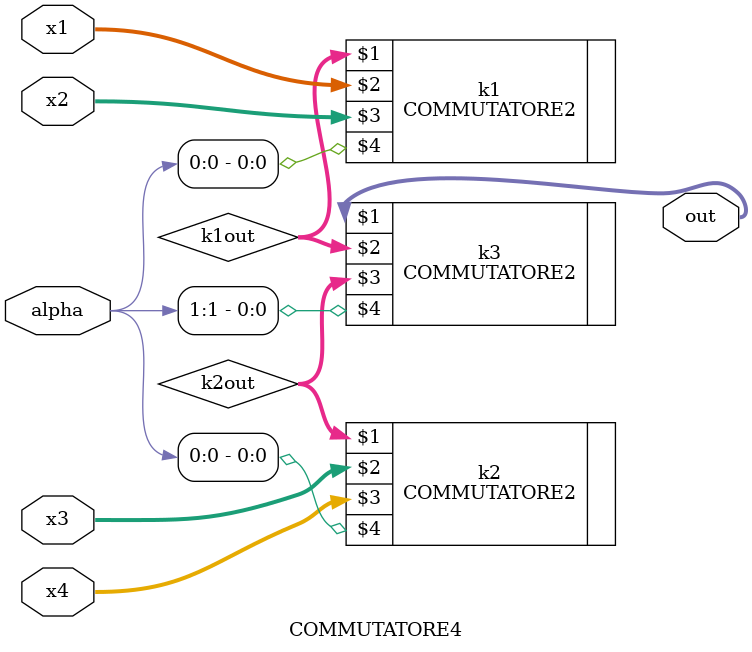
<source format=v>
/*
* Commutatore a 4 vie ciascuna da N bit
*/
module COMMUTATORE4(out, x1, x2, x3, x4, alpha);
  parameter N = 32;

  output [N-1:0]out;
  input [N-1:0]x1, x2, x3, x4;
  input [1:0]alpha;

  wire [N-1:0] k1out, k2out;

  COMMUTATORE2 #(N) k1(k1out, x1, x2, alpha[0]);
  COMMUTATORE2 #(N) k2(k2out, x3, x4, alpha[0]);
  COMMUTATORE2 #(N) k3(out, k1out, k2out, alpha[1]);

endmodule

</source>
